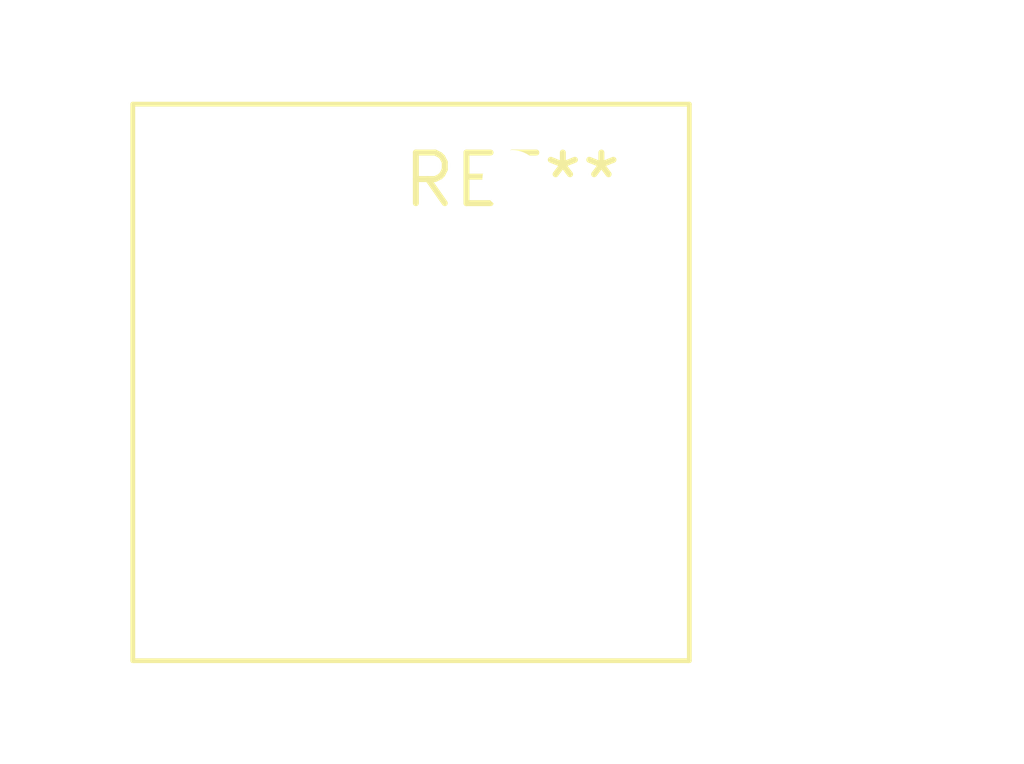
<source format=kicad_pcb>
(kicad_pcb (version 20240108) (generator pcbnew)
  (layers (0 "F.Cu" signal) (31 "B.Cu" signal) (34 "B.Paste" user) (35 "F.Paste" user) (36 "B.SilkS" user "B.Silkscreen") (37 "F.SilkS" user "F.Silkscreen") (38 "B.Mask" user) (39 "F.Mask" user) (44 "Edge.Cuts" user))
  (net 0 "")
  (footprint "SW_Cherry_MX_1.00u_Plate" (layer "F.Cu") (at 0 0)
    (property "Reference" "REF**")
    (property "Value" "SW_Cherry_MX_1.00u_Plate")
    (fp_line (start -9.525 -1.905) (end 4.445 -1.905) (layer "F.SilkS") (stroke (width 0.12)))
    (fp_line (start -9.525 12.065) (end -9.525 -1.905) (layer "F.SilkS") (stroke (width 0.12)))
    (fp_line (start 4.445 -1.905) (end 4.445 12.065) (layer "F.SilkS") (stroke (width 0.12)))
    (fp_line (start 4.445 12.065) (end -9.525 12.065) (layer "F.SilkS") (stroke (width 0.12)))
    (pad "" np_thru_hole circle (at -2.54 5.08) (size 4 4) (drill 4) (layers *.Cu *.Mask))
    (pad "1" thru_hole circle (at 0 0) (size 2.2 2.2) (drill 1.5) (layers *.Cu *.Mask) (remove_unused_layers))
    (pad "2" thru_hole circle (at -6.35 2.54) (size 2.2 2.2) (drill 1.5) (layers *.Cu *.Mask) (remove_unused_layers))
  )
)
</source>
